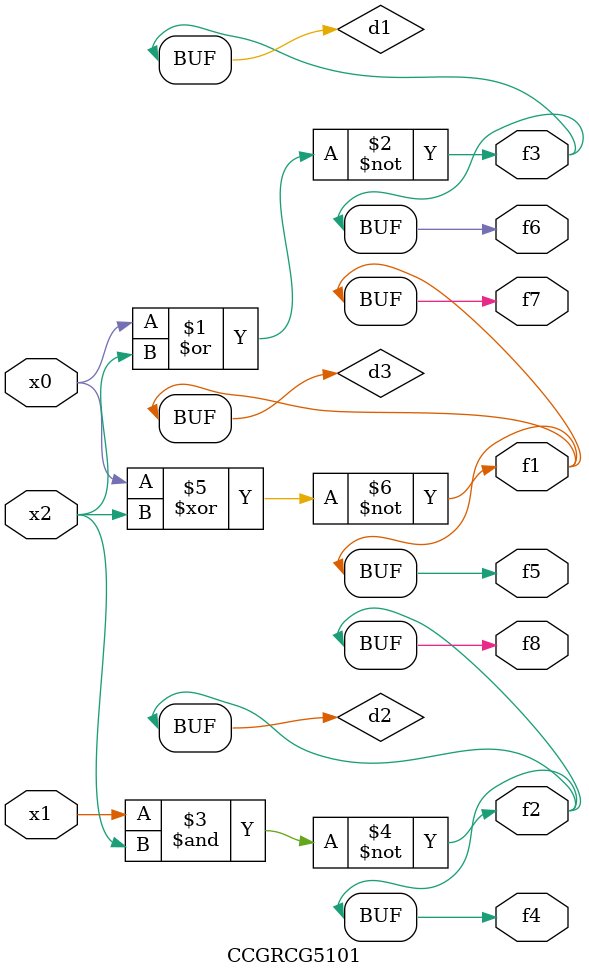
<source format=v>
module CCGRCG5101(
	input x0, x1, x2,
	output f1, f2, f3, f4, f5, f6, f7, f8
);

	wire d1, d2, d3;

	nor (d1, x0, x2);
	nand (d2, x1, x2);
	xnor (d3, x0, x2);
	assign f1 = d3;
	assign f2 = d2;
	assign f3 = d1;
	assign f4 = d2;
	assign f5 = d3;
	assign f6 = d1;
	assign f7 = d3;
	assign f8 = d2;
endmodule

</source>
